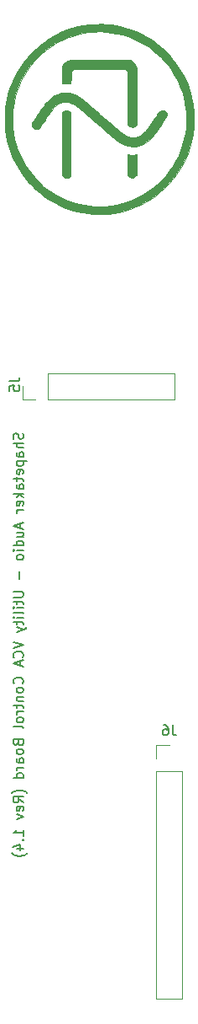
<source format=gbo>
G04 #@! TF.GenerationSoftware,KiCad,Pcbnew,(5.1.5-0-10_14)*
G04 #@! TF.CreationDate,2020-10-10T15:47:02-04:00*
G04 #@! TF.ProjectId,AYOM - VCA Control Board,41594f4d-202d-4205-9643-4120436f6e74,1.1*
G04 #@! TF.SameCoordinates,Original*
G04 #@! TF.FileFunction,Legend,Bot*
G04 #@! TF.FilePolarity,Positive*
%FSLAX46Y46*%
G04 Gerber Fmt 4.6, Leading zero omitted, Abs format (unit mm)*
G04 Created by KiCad (PCBNEW (5.1.5-0-10_14)) date 2020-10-10 15:47:02*
%MOMM*%
%LPD*%
G04 APERTURE LIST*
%ADD10C,0.150000*%
%ADD11C,0.010000*%
%ADD12C,0.120000*%
G04 APERTURE END LIST*
D10*
X77868761Y-95321095D02*
X77916380Y-95463952D01*
X77916380Y-95702047D01*
X77868761Y-95797285D01*
X77821142Y-95844904D01*
X77725904Y-95892523D01*
X77630666Y-95892523D01*
X77535428Y-95844904D01*
X77487809Y-95797285D01*
X77440190Y-95702047D01*
X77392571Y-95511571D01*
X77344952Y-95416333D01*
X77297333Y-95368714D01*
X77202095Y-95321095D01*
X77106857Y-95321095D01*
X77011619Y-95368714D01*
X76964000Y-95416333D01*
X76916380Y-95511571D01*
X76916380Y-95749666D01*
X76964000Y-95892523D01*
X77916380Y-96321095D02*
X76916380Y-96321095D01*
X77916380Y-96749666D02*
X77392571Y-96749666D01*
X77297333Y-96702047D01*
X77249714Y-96606809D01*
X77249714Y-96463952D01*
X77297333Y-96368714D01*
X77344952Y-96321095D01*
X77916380Y-97654428D02*
X77392571Y-97654428D01*
X77297333Y-97606809D01*
X77249714Y-97511571D01*
X77249714Y-97321095D01*
X77297333Y-97225857D01*
X77868761Y-97654428D02*
X77916380Y-97559190D01*
X77916380Y-97321095D01*
X77868761Y-97225857D01*
X77773523Y-97178238D01*
X77678285Y-97178238D01*
X77583047Y-97225857D01*
X77535428Y-97321095D01*
X77535428Y-97559190D01*
X77487809Y-97654428D01*
X77249714Y-98130619D02*
X78249714Y-98130619D01*
X77297333Y-98130619D02*
X77249714Y-98225857D01*
X77249714Y-98416333D01*
X77297333Y-98511571D01*
X77344952Y-98559190D01*
X77440190Y-98606809D01*
X77725904Y-98606809D01*
X77821142Y-98559190D01*
X77868761Y-98511571D01*
X77916380Y-98416333D01*
X77916380Y-98225857D01*
X77868761Y-98130619D01*
X77868761Y-99416333D02*
X77916380Y-99321095D01*
X77916380Y-99130619D01*
X77868761Y-99035380D01*
X77773523Y-98987761D01*
X77392571Y-98987761D01*
X77297333Y-99035380D01*
X77249714Y-99130619D01*
X77249714Y-99321095D01*
X77297333Y-99416333D01*
X77392571Y-99463952D01*
X77487809Y-99463952D01*
X77583047Y-98987761D01*
X77249714Y-99749666D02*
X77249714Y-100130619D01*
X76916380Y-99892523D02*
X77773523Y-99892523D01*
X77868761Y-99940142D01*
X77916380Y-100035380D01*
X77916380Y-100130619D01*
X77916380Y-100892523D02*
X77392571Y-100892523D01*
X77297333Y-100844904D01*
X77249714Y-100749666D01*
X77249714Y-100559190D01*
X77297333Y-100463952D01*
X77868761Y-100892523D02*
X77916380Y-100797285D01*
X77916380Y-100559190D01*
X77868761Y-100463952D01*
X77773523Y-100416333D01*
X77678285Y-100416333D01*
X77583047Y-100463952D01*
X77535428Y-100559190D01*
X77535428Y-100797285D01*
X77487809Y-100892523D01*
X77916380Y-101368714D02*
X76916380Y-101368714D01*
X77535428Y-101463952D02*
X77916380Y-101749666D01*
X77249714Y-101749666D02*
X77630666Y-101368714D01*
X77868761Y-102559190D02*
X77916380Y-102463952D01*
X77916380Y-102273476D01*
X77868761Y-102178238D01*
X77773523Y-102130619D01*
X77392571Y-102130619D01*
X77297333Y-102178238D01*
X77249714Y-102273476D01*
X77249714Y-102463952D01*
X77297333Y-102559190D01*
X77392571Y-102606809D01*
X77487809Y-102606809D01*
X77583047Y-102130619D01*
X77916380Y-103035380D02*
X77249714Y-103035380D01*
X77440190Y-103035380D02*
X77344952Y-103083000D01*
X77297333Y-103130619D01*
X77249714Y-103225857D01*
X77249714Y-103321095D01*
X77630666Y-104368714D02*
X77630666Y-104844904D01*
X77916380Y-104273476D02*
X76916380Y-104606809D01*
X77916380Y-104940142D01*
X77249714Y-105702047D02*
X77916380Y-105702047D01*
X77249714Y-105273476D02*
X77773523Y-105273476D01*
X77868761Y-105321095D01*
X77916380Y-105416333D01*
X77916380Y-105559190D01*
X77868761Y-105654428D01*
X77821142Y-105702047D01*
X77916380Y-106606809D02*
X76916380Y-106606809D01*
X77868761Y-106606809D02*
X77916380Y-106511571D01*
X77916380Y-106321095D01*
X77868761Y-106225857D01*
X77821142Y-106178238D01*
X77725904Y-106130619D01*
X77440190Y-106130619D01*
X77344952Y-106178238D01*
X77297333Y-106225857D01*
X77249714Y-106321095D01*
X77249714Y-106511571D01*
X77297333Y-106606809D01*
X77916380Y-107083000D02*
X77249714Y-107083000D01*
X76916380Y-107083000D02*
X76964000Y-107035380D01*
X77011619Y-107083000D01*
X76964000Y-107130619D01*
X76916380Y-107083000D01*
X77011619Y-107083000D01*
X77916380Y-107702047D02*
X77868761Y-107606809D01*
X77821142Y-107559190D01*
X77725904Y-107511571D01*
X77440190Y-107511571D01*
X77344952Y-107559190D01*
X77297333Y-107606809D01*
X77249714Y-107702047D01*
X77249714Y-107844904D01*
X77297333Y-107940142D01*
X77344952Y-107987761D01*
X77440190Y-108035380D01*
X77725904Y-108035380D01*
X77821142Y-107987761D01*
X77868761Y-107940142D01*
X77916380Y-107844904D01*
X77916380Y-107702047D01*
X77535428Y-109225857D02*
X77535428Y-109987761D01*
X76916380Y-111225857D02*
X77725904Y-111225857D01*
X77821142Y-111273476D01*
X77868761Y-111321095D01*
X77916380Y-111416333D01*
X77916380Y-111606809D01*
X77868761Y-111702047D01*
X77821142Y-111749666D01*
X77725904Y-111797285D01*
X76916380Y-111797285D01*
X77249714Y-112130619D02*
X77249714Y-112511571D01*
X76916380Y-112273476D02*
X77773523Y-112273476D01*
X77868761Y-112321095D01*
X77916380Y-112416333D01*
X77916380Y-112511571D01*
X77916380Y-112844904D02*
X77249714Y-112844904D01*
X76916380Y-112844904D02*
X76964000Y-112797285D01*
X77011619Y-112844904D01*
X76964000Y-112892523D01*
X76916380Y-112844904D01*
X77011619Y-112844904D01*
X77916380Y-113463952D02*
X77868761Y-113368714D01*
X77773523Y-113321095D01*
X76916380Y-113321095D01*
X77916380Y-113844904D02*
X77249714Y-113844904D01*
X76916380Y-113844904D02*
X76964000Y-113797285D01*
X77011619Y-113844904D01*
X76964000Y-113892523D01*
X76916380Y-113844904D01*
X77011619Y-113844904D01*
X77249714Y-114178238D02*
X77249714Y-114559190D01*
X76916380Y-114321095D02*
X77773523Y-114321095D01*
X77868761Y-114368714D01*
X77916380Y-114463952D01*
X77916380Y-114559190D01*
X77249714Y-114797285D02*
X77916380Y-115035380D01*
X77249714Y-115273476D02*
X77916380Y-115035380D01*
X78154476Y-114940142D01*
X78202095Y-114892523D01*
X78249714Y-114797285D01*
X76916380Y-116273476D02*
X77916380Y-116606809D01*
X76916380Y-116940142D01*
X77821142Y-117844904D02*
X77868761Y-117797285D01*
X77916380Y-117654428D01*
X77916380Y-117559190D01*
X77868761Y-117416333D01*
X77773523Y-117321095D01*
X77678285Y-117273476D01*
X77487809Y-117225857D01*
X77344952Y-117225857D01*
X77154476Y-117273476D01*
X77059238Y-117321095D01*
X76964000Y-117416333D01*
X76916380Y-117559190D01*
X76916380Y-117654428D01*
X76964000Y-117797285D01*
X77011619Y-117844904D01*
X77630666Y-118225857D02*
X77630666Y-118702047D01*
X77916380Y-118130619D02*
X76916380Y-118463952D01*
X77916380Y-118797285D01*
X77821142Y-120463952D02*
X77868761Y-120416333D01*
X77916380Y-120273476D01*
X77916380Y-120178238D01*
X77868761Y-120035380D01*
X77773523Y-119940142D01*
X77678285Y-119892523D01*
X77487809Y-119844904D01*
X77344952Y-119844904D01*
X77154476Y-119892523D01*
X77059238Y-119940142D01*
X76964000Y-120035380D01*
X76916380Y-120178238D01*
X76916380Y-120273476D01*
X76964000Y-120416333D01*
X77011619Y-120463952D01*
X77916380Y-121035380D02*
X77868761Y-120940142D01*
X77821142Y-120892523D01*
X77725904Y-120844904D01*
X77440190Y-120844904D01*
X77344952Y-120892523D01*
X77297333Y-120940142D01*
X77249714Y-121035380D01*
X77249714Y-121178238D01*
X77297333Y-121273476D01*
X77344952Y-121321095D01*
X77440190Y-121368714D01*
X77725904Y-121368714D01*
X77821142Y-121321095D01*
X77868761Y-121273476D01*
X77916380Y-121178238D01*
X77916380Y-121035380D01*
X77249714Y-121797285D02*
X77916380Y-121797285D01*
X77344952Y-121797285D02*
X77297333Y-121844904D01*
X77249714Y-121940142D01*
X77249714Y-122083000D01*
X77297333Y-122178238D01*
X77392571Y-122225857D01*
X77916380Y-122225857D01*
X77249714Y-122559190D02*
X77249714Y-122940142D01*
X76916380Y-122702047D02*
X77773523Y-122702047D01*
X77868761Y-122749666D01*
X77916380Y-122844904D01*
X77916380Y-122940142D01*
X77916380Y-123273476D02*
X77249714Y-123273476D01*
X77440190Y-123273476D02*
X77344952Y-123321095D01*
X77297333Y-123368714D01*
X77249714Y-123463952D01*
X77249714Y-123559190D01*
X77916380Y-124035380D02*
X77868761Y-123940142D01*
X77821142Y-123892523D01*
X77725904Y-123844904D01*
X77440190Y-123844904D01*
X77344952Y-123892523D01*
X77297333Y-123940142D01*
X77249714Y-124035380D01*
X77249714Y-124178238D01*
X77297333Y-124273476D01*
X77344952Y-124321095D01*
X77440190Y-124368714D01*
X77725904Y-124368714D01*
X77821142Y-124321095D01*
X77868761Y-124273476D01*
X77916380Y-124178238D01*
X77916380Y-124035380D01*
X77916380Y-124940142D02*
X77868761Y-124844904D01*
X77773523Y-124797285D01*
X76916380Y-124797285D01*
X77392571Y-126416333D02*
X77440190Y-126559190D01*
X77487809Y-126606809D01*
X77583047Y-126654428D01*
X77725904Y-126654428D01*
X77821142Y-126606809D01*
X77868761Y-126559190D01*
X77916380Y-126463952D01*
X77916380Y-126083000D01*
X76916380Y-126083000D01*
X76916380Y-126416333D01*
X76964000Y-126511571D01*
X77011619Y-126559190D01*
X77106857Y-126606809D01*
X77202095Y-126606809D01*
X77297333Y-126559190D01*
X77344952Y-126511571D01*
X77392571Y-126416333D01*
X77392571Y-126083000D01*
X77916380Y-127225857D02*
X77868761Y-127130619D01*
X77821142Y-127083000D01*
X77725904Y-127035380D01*
X77440190Y-127035380D01*
X77344952Y-127083000D01*
X77297333Y-127130619D01*
X77249714Y-127225857D01*
X77249714Y-127368714D01*
X77297333Y-127463952D01*
X77344952Y-127511571D01*
X77440190Y-127559190D01*
X77725904Y-127559190D01*
X77821142Y-127511571D01*
X77868761Y-127463952D01*
X77916380Y-127368714D01*
X77916380Y-127225857D01*
X77916380Y-128416333D02*
X77392571Y-128416333D01*
X77297333Y-128368714D01*
X77249714Y-128273476D01*
X77249714Y-128083000D01*
X77297333Y-127987761D01*
X77868761Y-128416333D02*
X77916380Y-128321095D01*
X77916380Y-128083000D01*
X77868761Y-127987761D01*
X77773523Y-127940142D01*
X77678285Y-127940142D01*
X77583047Y-127987761D01*
X77535428Y-128083000D01*
X77535428Y-128321095D01*
X77487809Y-128416333D01*
X77916380Y-128892523D02*
X77249714Y-128892523D01*
X77440190Y-128892523D02*
X77344952Y-128940142D01*
X77297333Y-128987761D01*
X77249714Y-129083000D01*
X77249714Y-129178238D01*
X77916380Y-129940142D02*
X76916380Y-129940142D01*
X77868761Y-129940142D02*
X77916380Y-129844904D01*
X77916380Y-129654428D01*
X77868761Y-129559190D01*
X77821142Y-129511571D01*
X77725904Y-129463952D01*
X77440190Y-129463952D01*
X77344952Y-129511571D01*
X77297333Y-129559190D01*
X77249714Y-129654428D01*
X77249714Y-129844904D01*
X77297333Y-129940142D01*
X78297333Y-131463952D02*
X78249714Y-131416333D01*
X78106857Y-131321095D01*
X78011619Y-131273476D01*
X77868761Y-131225857D01*
X77630666Y-131178238D01*
X77440190Y-131178238D01*
X77202095Y-131225857D01*
X77059238Y-131273476D01*
X76964000Y-131321095D01*
X76821142Y-131416333D01*
X76773523Y-131463952D01*
X77916380Y-132416333D02*
X77440190Y-132083000D01*
X77916380Y-131844904D02*
X76916380Y-131844904D01*
X76916380Y-132225857D01*
X76964000Y-132321095D01*
X77011619Y-132368714D01*
X77106857Y-132416333D01*
X77249714Y-132416333D01*
X77344952Y-132368714D01*
X77392571Y-132321095D01*
X77440190Y-132225857D01*
X77440190Y-131844904D01*
X77868761Y-133225857D02*
X77916380Y-133130619D01*
X77916380Y-132940142D01*
X77868761Y-132844904D01*
X77773523Y-132797285D01*
X77392571Y-132797285D01*
X77297333Y-132844904D01*
X77249714Y-132940142D01*
X77249714Y-133130619D01*
X77297333Y-133225857D01*
X77392571Y-133273476D01*
X77487809Y-133273476D01*
X77583047Y-132797285D01*
X77249714Y-133606809D02*
X77916380Y-133844904D01*
X77249714Y-134083000D01*
X77916380Y-135749666D02*
X77916380Y-135178238D01*
X77916380Y-135463952D02*
X76916380Y-135463952D01*
X77059238Y-135368714D01*
X77154476Y-135273476D01*
X77202095Y-135178238D01*
X77821142Y-136178238D02*
X77868761Y-136225857D01*
X77916380Y-136178238D01*
X77868761Y-136130619D01*
X77821142Y-136178238D01*
X77916380Y-136178238D01*
X77249714Y-137083000D02*
X77916380Y-137083000D01*
X76868761Y-136844904D02*
X77583047Y-136606809D01*
X77583047Y-137225857D01*
X78297333Y-137511571D02*
X78249714Y-137559190D01*
X78106857Y-137654428D01*
X78011619Y-137702047D01*
X77868761Y-137749666D01*
X77630666Y-137797285D01*
X77440190Y-137797285D01*
X77202095Y-137749666D01*
X77059238Y-137702047D01*
X76964000Y-137654428D01*
X76821142Y-137559190D01*
X76773523Y-137511571D01*
D11*
G36*
X83530859Y-57836303D02*
G01*
X83348546Y-57836716D01*
X83190217Y-57837365D01*
X83053986Y-57838271D01*
X82937966Y-57839454D01*
X82840270Y-57840933D01*
X82759012Y-57842730D01*
X82692304Y-57844863D01*
X82638262Y-57847352D01*
X82594997Y-57850219D01*
X82560624Y-57853482D01*
X82533255Y-57857162D01*
X82511005Y-57861279D01*
X82491986Y-57865852D01*
X82474312Y-57870901D01*
X82471035Y-57871890D01*
X82295223Y-57944779D01*
X82141646Y-58049125D01*
X82012467Y-58182859D01*
X81909848Y-58343911D01*
X81860677Y-58456127D01*
X81850594Y-58484932D01*
X81842246Y-58514812D01*
X81835426Y-58549729D01*
X81829930Y-58593645D01*
X81825552Y-58650522D01*
X81822084Y-58724322D01*
X81819323Y-58819009D01*
X81817061Y-58938543D01*
X81815093Y-59086888D01*
X81813214Y-59268006D01*
X81812061Y-59392039D01*
X81810401Y-59623652D01*
X81809988Y-59816605D01*
X81810828Y-59971294D01*
X81812925Y-60088116D01*
X81816287Y-60167469D01*
X81820920Y-60209749D01*
X81824636Y-60217539D01*
X81853244Y-60212901D01*
X81906626Y-60200895D01*
X81957228Y-60188231D01*
X82054545Y-60171172D01*
X82176221Y-60161934D01*
X82308323Y-60160525D01*
X82436924Y-60166954D01*
X82548092Y-60181230D01*
X82579307Y-60187840D01*
X82643110Y-60202856D01*
X82690914Y-60213384D01*
X82710121Y-60216843D01*
X82713729Y-60198284D01*
X82717373Y-60145436D01*
X82720893Y-60063089D01*
X82724126Y-59956029D01*
X82726912Y-59829046D01*
X82729089Y-59686926D01*
X82729660Y-59636270D01*
X82731496Y-59469490D01*
X82733431Y-59337062D01*
X82735811Y-59234262D01*
X82738981Y-59156365D01*
X82743285Y-59098648D01*
X82749068Y-59056386D01*
X82756674Y-59024855D01*
X82766449Y-58999331D01*
X82777787Y-58976846D01*
X82855732Y-58867693D01*
X82954082Y-58787916D01*
X83003641Y-58762960D01*
X83017502Y-58758509D01*
X83037991Y-58754509D01*
X83067107Y-58750936D01*
X83106851Y-58747767D01*
X83159222Y-58744978D01*
X83226219Y-58742546D01*
X83309841Y-58740446D01*
X83412087Y-58738657D01*
X83534958Y-58737154D01*
X83680452Y-58735913D01*
X83850569Y-58734912D01*
X84047308Y-58734127D01*
X84272668Y-58733534D01*
X84528649Y-58733110D01*
X84817251Y-58732832D01*
X85140471Y-58732676D01*
X85500311Y-58732618D01*
X85588231Y-58732616D01*
X85956752Y-58732654D01*
X86288197Y-58732786D01*
X86584563Y-58733035D01*
X86847850Y-58733423D01*
X87080058Y-58733975D01*
X87283186Y-58734714D01*
X87459233Y-58735663D01*
X87610199Y-58736847D01*
X87738083Y-58738288D01*
X87844884Y-58740009D01*
X87932602Y-58742035D01*
X88003235Y-58744389D01*
X88058784Y-58747094D01*
X88101248Y-58750174D01*
X88132626Y-58753653D01*
X88154917Y-58757553D01*
X88170122Y-58761898D01*
X88172820Y-58762960D01*
X88278534Y-58827734D01*
X88366384Y-58924291D01*
X88398674Y-58976846D01*
X88440846Y-59055000D01*
X88450615Y-61693559D01*
X88452020Y-62068282D01*
X88453341Y-62405906D01*
X88454611Y-62708408D01*
X88455863Y-62977766D01*
X88457132Y-63215956D01*
X88458449Y-63424957D01*
X88459850Y-63606745D01*
X88461368Y-63763298D01*
X88463035Y-63896594D01*
X88464887Y-64008610D01*
X88466955Y-64101323D01*
X88469273Y-64176710D01*
X88471876Y-64236750D01*
X88474796Y-64283419D01*
X88478067Y-64318694D01*
X88481722Y-64344555D01*
X88485795Y-64362976D01*
X88490320Y-64375937D01*
X88495330Y-64385414D01*
X88496232Y-64386820D01*
X88554399Y-64444325D01*
X88641272Y-64491233D01*
X88747371Y-64525257D01*
X88863220Y-64544110D01*
X88979339Y-64545503D01*
X89082343Y-64528272D01*
X89196473Y-64481955D01*
X89285140Y-64412019D01*
X89318869Y-64371711D01*
X89324453Y-64363867D01*
X89329499Y-64354751D01*
X89334039Y-64342428D01*
X89338106Y-64324968D01*
X89341730Y-64300437D01*
X89344942Y-64266903D01*
X89347776Y-64222433D01*
X89350260Y-64165095D01*
X89352429Y-64092957D01*
X89354312Y-64004085D01*
X89355941Y-63896547D01*
X89357347Y-63768412D01*
X89358563Y-63617746D01*
X89359620Y-63442616D01*
X89360549Y-63241091D01*
X89361381Y-63011238D01*
X89362149Y-62751124D01*
X89362882Y-62458817D01*
X89363614Y-62132384D01*
X89364376Y-61769893D01*
X89364828Y-61549610D01*
X89365593Y-61102425D01*
X89365982Y-60691255D01*
X89365996Y-60316387D01*
X89365637Y-59978105D01*
X89364906Y-59676693D01*
X89363805Y-59412436D01*
X89362335Y-59185618D01*
X89360497Y-58996525D01*
X89358292Y-58845440D01*
X89355723Y-58732649D01*
X89352791Y-58658436D01*
X89350365Y-58628346D01*
X89307339Y-58443512D01*
X89230302Y-58276641D01*
X89121192Y-58130372D01*
X88981946Y-58007342D01*
X88827873Y-57916464D01*
X88675307Y-57843616D01*
X85637077Y-57838373D01*
X85234051Y-57837686D01*
X84868215Y-57837097D01*
X84537683Y-57836624D01*
X84240568Y-57836288D01*
X83974983Y-57836110D01*
X83739042Y-57836108D01*
X83530859Y-57836303D01*
G37*
X83530859Y-57836303D02*
X83348546Y-57836716D01*
X83190217Y-57837365D01*
X83053986Y-57838271D01*
X82937966Y-57839454D01*
X82840270Y-57840933D01*
X82759012Y-57842730D01*
X82692304Y-57844863D01*
X82638262Y-57847352D01*
X82594997Y-57850219D01*
X82560624Y-57853482D01*
X82533255Y-57857162D01*
X82511005Y-57861279D01*
X82491986Y-57865852D01*
X82474312Y-57870901D01*
X82471035Y-57871890D01*
X82295223Y-57944779D01*
X82141646Y-58049125D01*
X82012467Y-58182859D01*
X81909848Y-58343911D01*
X81860677Y-58456127D01*
X81850594Y-58484932D01*
X81842246Y-58514812D01*
X81835426Y-58549729D01*
X81829930Y-58593645D01*
X81825552Y-58650522D01*
X81822084Y-58724322D01*
X81819323Y-58819009D01*
X81817061Y-58938543D01*
X81815093Y-59086888D01*
X81813214Y-59268006D01*
X81812061Y-59392039D01*
X81810401Y-59623652D01*
X81809988Y-59816605D01*
X81810828Y-59971294D01*
X81812925Y-60088116D01*
X81816287Y-60167469D01*
X81820920Y-60209749D01*
X81824636Y-60217539D01*
X81853244Y-60212901D01*
X81906626Y-60200895D01*
X81957228Y-60188231D01*
X82054545Y-60171172D01*
X82176221Y-60161934D01*
X82308323Y-60160525D01*
X82436924Y-60166954D01*
X82548092Y-60181230D01*
X82579307Y-60187840D01*
X82643110Y-60202856D01*
X82690914Y-60213384D01*
X82710121Y-60216843D01*
X82713729Y-60198284D01*
X82717373Y-60145436D01*
X82720893Y-60063089D01*
X82724126Y-59956029D01*
X82726912Y-59829046D01*
X82729089Y-59686926D01*
X82729660Y-59636270D01*
X82731496Y-59469490D01*
X82733431Y-59337062D01*
X82735811Y-59234262D01*
X82738981Y-59156365D01*
X82743285Y-59098648D01*
X82749068Y-59056386D01*
X82756674Y-59024855D01*
X82766449Y-58999331D01*
X82777787Y-58976846D01*
X82855732Y-58867693D01*
X82954082Y-58787916D01*
X83003641Y-58762960D01*
X83017502Y-58758509D01*
X83037991Y-58754509D01*
X83067107Y-58750936D01*
X83106851Y-58747767D01*
X83159222Y-58744978D01*
X83226219Y-58742546D01*
X83309841Y-58740446D01*
X83412087Y-58738657D01*
X83534958Y-58737154D01*
X83680452Y-58735913D01*
X83850569Y-58734912D01*
X84047308Y-58734127D01*
X84272668Y-58733534D01*
X84528649Y-58733110D01*
X84817251Y-58732832D01*
X85140471Y-58732676D01*
X85500311Y-58732618D01*
X85588231Y-58732616D01*
X85956752Y-58732654D01*
X86288197Y-58732786D01*
X86584563Y-58733035D01*
X86847850Y-58733423D01*
X87080058Y-58733975D01*
X87283186Y-58734714D01*
X87459233Y-58735663D01*
X87610199Y-58736847D01*
X87738083Y-58738288D01*
X87844884Y-58740009D01*
X87932602Y-58742035D01*
X88003235Y-58744389D01*
X88058784Y-58747094D01*
X88101248Y-58750174D01*
X88132626Y-58753653D01*
X88154917Y-58757553D01*
X88170122Y-58761898D01*
X88172820Y-58762960D01*
X88278534Y-58827734D01*
X88366384Y-58924291D01*
X88398674Y-58976846D01*
X88440846Y-59055000D01*
X88450615Y-61693559D01*
X88452020Y-62068282D01*
X88453341Y-62405906D01*
X88454611Y-62708408D01*
X88455863Y-62977766D01*
X88457132Y-63215956D01*
X88458449Y-63424957D01*
X88459850Y-63606745D01*
X88461368Y-63763298D01*
X88463035Y-63896594D01*
X88464887Y-64008610D01*
X88466955Y-64101323D01*
X88469273Y-64176710D01*
X88471876Y-64236750D01*
X88474796Y-64283419D01*
X88478067Y-64318694D01*
X88481722Y-64344555D01*
X88485795Y-64362976D01*
X88490320Y-64375937D01*
X88495330Y-64385414D01*
X88496232Y-64386820D01*
X88554399Y-64444325D01*
X88641272Y-64491233D01*
X88747371Y-64525257D01*
X88863220Y-64544110D01*
X88979339Y-64545503D01*
X89082343Y-64528272D01*
X89196473Y-64481955D01*
X89285140Y-64412019D01*
X89318869Y-64371711D01*
X89324453Y-64363867D01*
X89329499Y-64354751D01*
X89334039Y-64342428D01*
X89338106Y-64324968D01*
X89341730Y-64300437D01*
X89344942Y-64266903D01*
X89347776Y-64222433D01*
X89350260Y-64165095D01*
X89352429Y-64092957D01*
X89354312Y-64004085D01*
X89355941Y-63896547D01*
X89357347Y-63768412D01*
X89358563Y-63617746D01*
X89359620Y-63442616D01*
X89360549Y-63241091D01*
X89361381Y-63011238D01*
X89362149Y-62751124D01*
X89362882Y-62458817D01*
X89363614Y-62132384D01*
X89364376Y-61769893D01*
X89364828Y-61549610D01*
X89365593Y-61102425D01*
X89365982Y-60691255D01*
X89365996Y-60316387D01*
X89365637Y-59978105D01*
X89364906Y-59676693D01*
X89363805Y-59412436D01*
X89362335Y-59185618D01*
X89360497Y-58996525D01*
X89358292Y-58845440D01*
X89355723Y-58732649D01*
X89352791Y-58658436D01*
X89350365Y-58628346D01*
X89307339Y-58443512D01*
X89230302Y-58276641D01*
X89121192Y-58130372D01*
X88981946Y-58007342D01*
X88827873Y-57916464D01*
X88675307Y-57843616D01*
X85637077Y-57838373D01*
X85234051Y-57837686D01*
X84868215Y-57837097D01*
X84537683Y-57836624D01*
X84240568Y-57836288D01*
X83974983Y-57836110D01*
X83739042Y-57836108D01*
X83530859Y-57836303D01*
G36*
X81978435Y-61125160D02*
G01*
X81785464Y-61145890D01*
X81614784Y-61179262D01*
X81606410Y-61181431D01*
X81326984Y-61274671D01*
X81053987Y-61405177D01*
X80789822Y-61571344D01*
X80536887Y-61771570D01*
X80297585Y-62004251D01*
X80185070Y-62130758D01*
X80149415Y-62175938D01*
X80095128Y-62248918D01*
X80024800Y-62345943D01*
X79941024Y-62463257D01*
X79846394Y-62597106D01*
X79743501Y-62743733D01*
X79634940Y-62899384D01*
X79523302Y-63060303D01*
X79411180Y-63222736D01*
X79301167Y-63382927D01*
X79195856Y-63537121D01*
X79097840Y-63681562D01*
X79009711Y-63812496D01*
X78934063Y-63926167D01*
X78873487Y-64018819D01*
X78830577Y-64086699D01*
X78809265Y-64123390D01*
X78784572Y-64201008D01*
X78775143Y-64297530D01*
X78781297Y-64395753D01*
X78802687Y-64476923D01*
X78868439Y-64586668D01*
X78957244Y-64670368D01*
X79062493Y-64726682D01*
X79177577Y-64754268D01*
X79295888Y-64751785D01*
X79410815Y-64717893D01*
X79515750Y-64651249D01*
X79542026Y-64626953D01*
X79562512Y-64601403D01*
X79602592Y-64546791D01*
X79659961Y-64466418D01*
X79732309Y-64363581D01*
X79817329Y-64241583D01*
X79912715Y-64103722D01*
X80016158Y-63953298D01*
X80125350Y-63793611D01*
X80147462Y-63761166D01*
X80260336Y-63595906D01*
X80370216Y-63435883D01*
X80474436Y-63284926D01*
X80570326Y-63146861D01*
X80655219Y-63025518D01*
X80726445Y-62924723D01*
X80781337Y-62848304D01*
X80817226Y-62800088D01*
X80819349Y-62797370D01*
X81008124Y-62581098D01*
X81208216Y-62397566D01*
X81417427Y-62248350D01*
X81633556Y-62135026D01*
X81846615Y-62061177D01*
X81989691Y-62036275D01*
X82153554Y-62028080D01*
X82323769Y-62036378D01*
X82485900Y-62060952D01*
X82530461Y-62071377D01*
X82656625Y-62111695D01*
X82801769Y-62171080D01*
X82954519Y-62243993D01*
X83103499Y-62324894D01*
X83237335Y-62408242D01*
X83272923Y-62432961D01*
X83306108Y-62458861D01*
X83366901Y-62508649D01*
X83453346Y-62580662D01*
X83563486Y-62673234D01*
X83695366Y-62784702D01*
X83847030Y-62913401D01*
X84016522Y-63057665D01*
X84201885Y-63215831D01*
X84401165Y-63386234D01*
X84612404Y-63567208D01*
X84833647Y-63757090D01*
X85062939Y-63954215D01*
X85276839Y-64138403D01*
X85511155Y-64340240D01*
X85738760Y-64536131D01*
X85957738Y-64724433D01*
X86166171Y-64903505D01*
X86362142Y-65071706D01*
X86543734Y-65227393D01*
X86709029Y-65368925D01*
X86856109Y-65494660D01*
X86983059Y-65602956D01*
X87087959Y-65692172D01*
X87168894Y-65760665D01*
X87223945Y-65806794D01*
X87250224Y-65828177D01*
X87540316Y-66030606D01*
X87839487Y-66199561D01*
X88144318Y-66333413D01*
X88451389Y-66430528D01*
X88569754Y-66457833D01*
X88694268Y-66477473D01*
X88841872Y-66491331D01*
X88997561Y-66498722D01*
X89146330Y-66498960D01*
X89273172Y-66491358D01*
X89281863Y-66490398D01*
X89560465Y-66438819D01*
X89835070Y-66349334D01*
X90103863Y-66223050D01*
X90365028Y-66061077D01*
X90616752Y-65864524D01*
X90857218Y-65634500D01*
X91058295Y-65405000D01*
X91093651Y-65358783D01*
X91147350Y-65285255D01*
X91216771Y-65188220D01*
X91299297Y-65071485D01*
X91392307Y-64938854D01*
X91493183Y-64794135D01*
X91599305Y-64641131D01*
X91708054Y-64483650D01*
X91816811Y-64325495D01*
X91922956Y-64170473D01*
X92023871Y-64022390D01*
X92116936Y-63885050D01*
X92199532Y-63762260D01*
X92269039Y-63657824D01*
X92322838Y-63575549D01*
X92358311Y-63519241D01*
X92369444Y-63500000D01*
X92397155Y-63416064D01*
X92406495Y-63303083D01*
X92403865Y-63223889D01*
X92391793Y-63165079D01*
X92365475Y-63108238D01*
X92348022Y-63078908D01*
X92264281Y-62976618D01*
X92162813Y-62905448D01*
X92049791Y-62865603D01*
X91931390Y-62857290D01*
X91813784Y-62880713D01*
X91703147Y-62936078D01*
X91605653Y-63023591D01*
X91581904Y-63053405D01*
X91554891Y-63091239D01*
X91508592Y-63157601D01*
X91445636Y-63248665D01*
X91368649Y-63360607D01*
X91280260Y-63489598D01*
X91183096Y-63631814D01*
X91079784Y-63783428D01*
X91000162Y-63900539D01*
X90858501Y-64108717D01*
X90736170Y-64287446D01*
X90630853Y-64439811D01*
X90540235Y-64568896D01*
X90461999Y-64677787D01*
X90393830Y-64769567D01*
X90333413Y-64847322D01*
X90278431Y-64914137D01*
X90226568Y-64973096D01*
X90175509Y-65027284D01*
X90122939Y-65079786D01*
X90093831Y-65107830D01*
X89888868Y-65281259D01*
X89678114Y-65416078D01*
X89461814Y-65512283D01*
X89240212Y-65569873D01*
X89013553Y-65588844D01*
X88782084Y-65569194D01*
X88546048Y-65510921D01*
X88305691Y-65414021D01*
X88061257Y-65278493D01*
X87849024Y-65131835D01*
X87817617Y-65106603D01*
X87758580Y-65057529D01*
X87673876Y-64986287D01*
X87565469Y-64894554D01*
X87435323Y-64784005D01*
X87285401Y-64656316D01*
X87117668Y-64513161D01*
X86934086Y-64356218D01*
X86736620Y-64187161D01*
X86527233Y-64007666D01*
X86307890Y-63819409D01*
X86080553Y-63624065D01*
X85900846Y-63469491D01*
X85668745Y-63269844D01*
X85443183Y-63075979D01*
X85226119Y-62889573D01*
X85019512Y-62712300D01*
X84825321Y-62545837D01*
X84645504Y-62391858D01*
X84482021Y-62252041D01*
X84336830Y-62128059D01*
X84211890Y-62021588D01*
X84109160Y-61934305D01*
X84030598Y-61867884D01*
X83978164Y-61824002D01*
X83956769Y-61806579D01*
X83689310Y-61615744D01*
X83411093Y-61451825D01*
X83127584Y-61317398D01*
X82844247Y-61215033D01*
X82566551Y-61147305D01*
X82550000Y-61144367D01*
X82374813Y-61123844D01*
X82179588Y-61117627D01*
X81978435Y-61125160D01*
G37*
X81978435Y-61125160D02*
X81785464Y-61145890D01*
X81614784Y-61179262D01*
X81606410Y-61181431D01*
X81326984Y-61274671D01*
X81053987Y-61405177D01*
X80789822Y-61571344D01*
X80536887Y-61771570D01*
X80297585Y-62004251D01*
X80185070Y-62130758D01*
X80149415Y-62175938D01*
X80095128Y-62248918D01*
X80024800Y-62345943D01*
X79941024Y-62463257D01*
X79846394Y-62597106D01*
X79743501Y-62743733D01*
X79634940Y-62899384D01*
X79523302Y-63060303D01*
X79411180Y-63222736D01*
X79301167Y-63382927D01*
X79195856Y-63537121D01*
X79097840Y-63681562D01*
X79009711Y-63812496D01*
X78934063Y-63926167D01*
X78873487Y-64018819D01*
X78830577Y-64086699D01*
X78809265Y-64123390D01*
X78784572Y-64201008D01*
X78775143Y-64297530D01*
X78781297Y-64395753D01*
X78802687Y-64476923D01*
X78868439Y-64586668D01*
X78957244Y-64670368D01*
X79062493Y-64726682D01*
X79177577Y-64754268D01*
X79295888Y-64751785D01*
X79410815Y-64717893D01*
X79515750Y-64651249D01*
X79542026Y-64626953D01*
X79562512Y-64601403D01*
X79602592Y-64546791D01*
X79659961Y-64466418D01*
X79732309Y-64363581D01*
X79817329Y-64241583D01*
X79912715Y-64103722D01*
X80016158Y-63953298D01*
X80125350Y-63793611D01*
X80147462Y-63761166D01*
X80260336Y-63595906D01*
X80370216Y-63435883D01*
X80474436Y-63284926D01*
X80570326Y-63146861D01*
X80655219Y-63025518D01*
X80726445Y-62924723D01*
X80781337Y-62848304D01*
X80817226Y-62800088D01*
X80819349Y-62797370D01*
X81008124Y-62581098D01*
X81208216Y-62397566D01*
X81417427Y-62248350D01*
X81633556Y-62135026D01*
X81846615Y-62061177D01*
X81989691Y-62036275D01*
X82153554Y-62028080D01*
X82323769Y-62036378D01*
X82485900Y-62060952D01*
X82530461Y-62071377D01*
X82656625Y-62111695D01*
X82801769Y-62171080D01*
X82954519Y-62243993D01*
X83103499Y-62324894D01*
X83237335Y-62408242D01*
X83272923Y-62432961D01*
X83306108Y-62458861D01*
X83366901Y-62508649D01*
X83453346Y-62580662D01*
X83563486Y-62673234D01*
X83695366Y-62784702D01*
X83847030Y-62913401D01*
X84016522Y-63057665D01*
X84201885Y-63215831D01*
X84401165Y-63386234D01*
X84612404Y-63567208D01*
X84833647Y-63757090D01*
X85062939Y-63954215D01*
X85276839Y-64138403D01*
X85511155Y-64340240D01*
X85738760Y-64536131D01*
X85957738Y-64724433D01*
X86166171Y-64903505D01*
X86362142Y-65071706D01*
X86543734Y-65227393D01*
X86709029Y-65368925D01*
X86856109Y-65494660D01*
X86983059Y-65602956D01*
X87087959Y-65692172D01*
X87168894Y-65760665D01*
X87223945Y-65806794D01*
X87250224Y-65828177D01*
X87540316Y-66030606D01*
X87839487Y-66199561D01*
X88144318Y-66333413D01*
X88451389Y-66430528D01*
X88569754Y-66457833D01*
X88694268Y-66477473D01*
X88841872Y-66491331D01*
X88997561Y-66498722D01*
X89146330Y-66498960D01*
X89273172Y-66491358D01*
X89281863Y-66490398D01*
X89560465Y-66438819D01*
X89835070Y-66349334D01*
X90103863Y-66223050D01*
X90365028Y-66061077D01*
X90616752Y-65864524D01*
X90857218Y-65634500D01*
X91058295Y-65405000D01*
X91093651Y-65358783D01*
X91147350Y-65285255D01*
X91216771Y-65188220D01*
X91299297Y-65071485D01*
X91392307Y-64938854D01*
X91493183Y-64794135D01*
X91599305Y-64641131D01*
X91708054Y-64483650D01*
X91816811Y-64325495D01*
X91922956Y-64170473D01*
X92023871Y-64022390D01*
X92116936Y-63885050D01*
X92199532Y-63762260D01*
X92269039Y-63657824D01*
X92322838Y-63575549D01*
X92358311Y-63519241D01*
X92369444Y-63500000D01*
X92397155Y-63416064D01*
X92406495Y-63303083D01*
X92403865Y-63223889D01*
X92391793Y-63165079D01*
X92365475Y-63108238D01*
X92348022Y-63078908D01*
X92264281Y-62976618D01*
X92162813Y-62905448D01*
X92049791Y-62865603D01*
X91931390Y-62857290D01*
X91813784Y-62880713D01*
X91703147Y-62936078D01*
X91605653Y-63023591D01*
X91581904Y-63053405D01*
X91554891Y-63091239D01*
X91508592Y-63157601D01*
X91445636Y-63248665D01*
X91368649Y-63360607D01*
X91280260Y-63489598D01*
X91183096Y-63631814D01*
X91079784Y-63783428D01*
X91000162Y-63900539D01*
X90858501Y-64108717D01*
X90736170Y-64287446D01*
X90630853Y-64439811D01*
X90540235Y-64568896D01*
X90461999Y-64677787D01*
X90393830Y-64769567D01*
X90333413Y-64847322D01*
X90278431Y-64914137D01*
X90226568Y-64973096D01*
X90175509Y-65027284D01*
X90122939Y-65079786D01*
X90093831Y-65107830D01*
X89888868Y-65281259D01*
X89678114Y-65416078D01*
X89461814Y-65512283D01*
X89240212Y-65569873D01*
X89013553Y-65588844D01*
X88782084Y-65569194D01*
X88546048Y-65510921D01*
X88305691Y-65414021D01*
X88061257Y-65278493D01*
X87849024Y-65131835D01*
X87817617Y-65106603D01*
X87758580Y-65057529D01*
X87673876Y-64986287D01*
X87565469Y-64894554D01*
X87435323Y-64784005D01*
X87285401Y-64656316D01*
X87117668Y-64513161D01*
X86934086Y-64356218D01*
X86736620Y-64187161D01*
X86527233Y-64007666D01*
X86307890Y-63819409D01*
X86080553Y-63624065D01*
X85900846Y-63469491D01*
X85668745Y-63269844D01*
X85443183Y-63075979D01*
X85226119Y-62889573D01*
X85019512Y-62712300D01*
X84825321Y-62545837D01*
X84645504Y-62391858D01*
X84482021Y-62252041D01*
X84336830Y-62128059D01*
X84211890Y-62021588D01*
X84109160Y-61934305D01*
X84030598Y-61867884D01*
X83978164Y-61824002D01*
X83956769Y-61806579D01*
X83689310Y-61615744D01*
X83411093Y-61451825D01*
X83127584Y-61317398D01*
X82844247Y-61215033D01*
X82566551Y-61147305D01*
X82550000Y-61144367D01*
X82374813Y-61123844D01*
X82179588Y-61117627D01*
X81978435Y-61125160D01*
G36*
X82245494Y-62907162D02*
G01*
X82114982Y-62921647D01*
X81996836Y-62957315D01*
X81900875Y-63010652D01*
X81863191Y-63044001D01*
X81817307Y-63092844D01*
X81817307Y-69332231D01*
X81859305Y-69410641D01*
X81939681Y-69525229D01*
X82038686Y-69608340D01*
X82151653Y-69658297D01*
X82273914Y-69673424D01*
X82400803Y-69652045D01*
X82463461Y-69627638D01*
X82567585Y-69560778D01*
X82649478Y-69471004D01*
X82701283Y-69367196D01*
X82705007Y-69354578D01*
X82708150Y-69331251D01*
X82710974Y-69284659D01*
X82713484Y-69213648D01*
X82715687Y-69117062D01*
X82717589Y-68993747D01*
X82719195Y-68842549D01*
X82720511Y-68662313D01*
X82721545Y-68451884D01*
X82722301Y-68210108D01*
X82722786Y-67935831D01*
X82723006Y-67627897D01*
X82722967Y-67285153D01*
X82722674Y-66906443D01*
X82722135Y-66490613D01*
X82721618Y-66179418D01*
X82716077Y-63085221D01*
X82642337Y-63021480D01*
X82540367Y-62956629D01*
X82414428Y-62918719D01*
X82261729Y-62906946D01*
X82245494Y-62907162D01*
G37*
X82245494Y-62907162D02*
X82114982Y-62921647D01*
X81996836Y-62957315D01*
X81900875Y-63010652D01*
X81863191Y-63044001D01*
X81817307Y-63092844D01*
X81817307Y-69332231D01*
X81859305Y-69410641D01*
X81939681Y-69525229D01*
X82038686Y-69608340D01*
X82151653Y-69658297D01*
X82273914Y-69673424D01*
X82400803Y-69652045D01*
X82463461Y-69627638D01*
X82567585Y-69560778D01*
X82649478Y-69471004D01*
X82701283Y-69367196D01*
X82705007Y-69354578D01*
X82708150Y-69331251D01*
X82710974Y-69284659D01*
X82713484Y-69213648D01*
X82715687Y-69117062D01*
X82717589Y-68993747D01*
X82719195Y-68842549D01*
X82720511Y-68662313D01*
X82721545Y-68451884D01*
X82722301Y-68210108D01*
X82722786Y-67935831D01*
X82723006Y-67627897D01*
X82722967Y-67285153D01*
X82722674Y-66906443D01*
X82722135Y-66490613D01*
X82721618Y-66179418D01*
X82716077Y-63085221D01*
X82642337Y-63021480D01*
X82540367Y-62956629D01*
X82414428Y-62918719D01*
X82261729Y-62906946D01*
X82245494Y-62907162D01*
G36*
X88450724Y-68284662D02*
G01*
X88451118Y-68503566D01*
X88452215Y-68704646D01*
X88453960Y-68884804D01*
X88456296Y-69040942D01*
X88459171Y-69169961D01*
X88462528Y-69268762D01*
X88466312Y-69334248D01*
X88469861Y-69361539D01*
X88517837Y-69465231D01*
X88594929Y-69551474D01*
X88693732Y-69616730D01*
X88806844Y-69657459D01*
X88926862Y-69670121D01*
X89046383Y-69651176D01*
X89063639Y-69645450D01*
X89152550Y-69596984D01*
X89237614Y-69520651D01*
X89307526Y-69426943D01*
X89316904Y-69410385D01*
X89326253Y-69392239D01*
X89334133Y-69373043D01*
X89340693Y-69349431D01*
X89346079Y-69318039D01*
X89350439Y-69275500D01*
X89353920Y-69218449D01*
X89356669Y-69143522D01*
X89358833Y-69047352D01*
X89360561Y-68926576D01*
X89361999Y-68777827D01*
X89363294Y-68597740D01*
X89364594Y-68382950D01*
X89365006Y-68311346D01*
X89365890Y-68115732D01*
X89366259Y-67932420D01*
X89366137Y-67765028D01*
X89365550Y-67617176D01*
X89364521Y-67492481D01*
X89363075Y-67394563D01*
X89361238Y-67327040D01*
X89359033Y-67293531D01*
X89358057Y-67290462D01*
X89333842Y-67295186D01*
X89283413Y-67307501D01*
X89225205Y-67322742D01*
X89100824Y-67345232D01*
X88955421Y-67354401D01*
X88804639Y-67350441D01*
X88664123Y-67333545D01*
X88582500Y-67314791D01*
X88450615Y-67276171D01*
X88450724Y-68284662D01*
G37*
X88450724Y-68284662D02*
X88451118Y-68503566D01*
X88452215Y-68704646D01*
X88453960Y-68884804D01*
X88456296Y-69040942D01*
X88459171Y-69169961D01*
X88462528Y-69268762D01*
X88466312Y-69334248D01*
X88469861Y-69361539D01*
X88517837Y-69465231D01*
X88594929Y-69551474D01*
X88693732Y-69616730D01*
X88806844Y-69657459D01*
X88926862Y-69670121D01*
X89046383Y-69651176D01*
X89063639Y-69645450D01*
X89152550Y-69596984D01*
X89237614Y-69520651D01*
X89307526Y-69426943D01*
X89316904Y-69410385D01*
X89326253Y-69392239D01*
X89334133Y-69373043D01*
X89340693Y-69349431D01*
X89346079Y-69318039D01*
X89350439Y-69275500D01*
X89353920Y-69218449D01*
X89356669Y-69143522D01*
X89358833Y-69047352D01*
X89360561Y-68926576D01*
X89361999Y-68777827D01*
X89363294Y-68597740D01*
X89364594Y-68382950D01*
X89365006Y-68311346D01*
X89365890Y-68115732D01*
X89366259Y-67932420D01*
X89366137Y-67765028D01*
X89365550Y-67617176D01*
X89364521Y-67492481D01*
X89363075Y-67394563D01*
X89361238Y-67327040D01*
X89359033Y-67293531D01*
X89358057Y-67290462D01*
X89333842Y-67295186D01*
X89283413Y-67307501D01*
X89225205Y-67322742D01*
X89100824Y-67345232D01*
X88955421Y-67354401D01*
X88804639Y-67350441D01*
X88664123Y-67333545D01*
X88582500Y-67314791D01*
X88450615Y-67276171D01*
X88450724Y-68284662D01*
G36*
X85187628Y-54210387D02*
G01*
X84583687Y-54252235D01*
X83990418Y-54331509D01*
X83406907Y-54448410D01*
X82832240Y-54603139D01*
X82265504Y-54795896D01*
X81705787Y-55026883D01*
X81387461Y-55176749D01*
X80904767Y-55429941D01*
X80450204Y-55701433D01*
X80017799Y-55995510D01*
X79601577Y-56316461D01*
X79195567Y-56668573D01*
X78856141Y-56993457D01*
X78659988Y-57192322D01*
X78487500Y-57374484D01*
X78331878Y-57547716D01*
X78186319Y-57719785D01*
X78044025Y-57898463D01*
X77915383Y-58068308D01*
X77573541Y-58560755D01*
X77263123Y-59074046D01*
X76985288Y-59605477D01*
X76741194Y-60152342D01*
X76532001Y-60711938D01*
X76358869Y-61281559D01*
X76222956Y-61858502D01*
X76171202Y-62137689D01*
X76142361Y-62311846D01*
X76118598Y-62465609D01*
X76099431Y-62605589D01*
X76084381Y-62738394D01*
X76072966Y-62870633D01*
X76064705Y-63008915D01*
X76059117Y-63159849D01*
X76055722Y-63330042D01*
X76054039Y-63526106D01*
X76053586Y-63754000D01*
X76053917Y-63967097D01*
X76055026Y-64146296D01*
X76057085Y-64296773D01*
X76060269Y-64423701D01*
X76064750Y-64532256D01*
X76070701Y-64627612D01*
X76078296Y-64714943D01*
X76087708Y-64799426D01*
X76088900Y-64809077D01*
X76173505Y-65377144D01*
X76283061Y-65919222D01*
X76419127Y-66440624D01*
X76583263Y-66946665D01*
X76777029Y-67442658D01*
X77001985Y-67933916D01*
X77012260Y-67954770D01*
X77242309Y-68395345D01*
X77484814Y-68808998D01*
X77746429Y-69205974D01*
X78033805Y-69596517D01*
X78268349Y-69889077D01*
X78364551Y-70000302D01*
X78484409Y-70131155D01*
X78621984Y-70275748D01*
X78771336Y-70428193D01*
X78926527Y-70582600D01*
X79081617Y-70733080D01*
X79230667Y-70873746D01*
X79367739Y-70998707D01*
X79486894Y-71102075D01*
X79515907Y-71126078D01*
X80009719Y-71504730D01*
X80520550Y-71848460D01*
X81047554Y-72156930D01*
X81589885Y-72429800D01*
X82146696Y-72666731D01*
X82717139Y-72867387D01*
X83300369Y-73031428D01*
X83895538Y-73158515D01*
X84501800Y-73248310D01*
X84923923Y-73288187D01*
X85013916Y-73293197D01*
X85130814Y-73297382D01*
X85267341Y-73300698D01*
X85416219Y-73303101D01*
X85570171Y-73304548D01*
X85721920Y-73304995D01*
X85864189Y-73304399D01*
X85989700Y-73302716D01*
X86091176Y-73299902D01*
X86161341Y-73295914D01*
X86164615Y-73295616D01*
X86210672Y-73291474D01*
X86285296Y-73284975D01*
X86378113Y-73277016D01*
X86477230Y-73268621D01*
X87039020Y-73202300D01*
X87602026Y-73098429D01*
X88162696Y-72958242D01*
X88717481Y-72782975D01*
X89262831Y-72573864D01*
X89795197Y-72332142D01*
X90311027Y-72059046D01*
X90785461Y-71769750D01*
X91284259Y-71421708D01*
X91757659Y-71045245D01*
X92204621Y-70641907D01*
X92624110Y-70213243D01*
X93015088Y-69760801D01*
X93376516Y-69286128D01*
X93707358Y-68790774D01*
X94006575Y-68276285D01*
X94273131Y-67744210D01*
X94505986Y-67196096D01*
X94704105Y-66633492D01*
X94866449Y-66057946D01*
X94986209Y-65502693D01*
X95017846Y-65327942D01*
X95044220Y-65174011D01*
X95065803Y-65034844D01*
X95083070Y-64904388D01*
X95096493Y-64776589D01*
X95106544Y-64645392D01*
X95113696Y-64504744D01*
X95118423Y-64348590D01*
X95121196Y-64170875D01*
X95122489Y-63965547D01*
X95122661Y-63839529D01*
X94360777Y-63839529D01*
X94359228Y-64028756D01*
X94356038Y-64207832D01*
X94351208Y-64369728D01*
X94344738Y-64507418D01*
X94336628Y-64613873D01*
X94335627Y-64623462D01*
X94252527Y-65216409D01*
X94133274Y-65795723D01*
X93978318Y-66360451D01*
X93788111Y-66909639D01*
X93563107Y-67442333D01*
X93303756Y-67957580D01*
X93010511Y-68454427D01*
X92683825Y-68931919D01*
X92324148Y-69389103D01*
X91931934Y-69825025D01*
X91811264Y-69948238D01*
X91386690Y-70346720D01*
X90940061Y-70714312D01*
X90473153Y-71050325D01*
X89987746Y-71354071D01*
X89485618Y-71624861D01*
X88968547Y-71862009D01*
X88438312Y-72064825D01*
X87896690Y-72232622D01*
X87345460Y-72364711D01*
X86786400Y-72460404D01*
X86221290Y-72519013D01*
X85651906Y-72539850D01*
X85148615Y-72526389D01*
X84578458Y-72477876D01*
X84027696Y-72397487D01*
X83491801Y-72284245D01*
X82966242Y-72137172D01*
X82446489Y-71955288D01*
X82374154Y-71927079D01*
X81841292Y-71696163D01*
X81329414Y-71433212D01*
X80839522Y-71139699D01*
X80372620Y-70817097D01*
X79929710Y-70466877D01*
X79511795Y-70090512D01*
X79119879Y-69689474D01*
X78754965Y-69265235D01*
X78418054Y-68819268D01*
X78110152Y-68353044D01*
X77832259Y-67868036D01*
X77585381Y-67365715D01*
X77370518Y-66847555D01*
X77188675Y-66315027D01*
X77040855Y-65769604D01*
X76928060Y-65212757D01*
X76851293Y-64645959D01*
X76811558Y-64070682D01*
X76805851Y-63754000D01*
X76817210Y-63298781D01*
X76852167Y-62852529D01*
X76912040Y-62402217D01*
X76981793Y-62015077D01*
X77113908Y-61452691D01*
X77282168Y-60903441D01*
X77485419Y-60368818D01*
X77722506Y-59850313D01*
X77992273Y-59349416D01*
X78293565Y-58867619D01*
X78625227Y-58406412D01*
X78986103Y-57967286D01*
X79375038Y-57551732D01*
X79790877Y-57161240D01*
X80232465Y-56797302D01*
X80698646Y-56461407D01*
X81188265Y-56155047D01*
X81700166Y-55879713D01*
X81758692Y-55850943D01*
X82289431Y-55614020D01*
X82832494Y-55413753D01*
X83386062Y-55250371D01*
X83948317Y-55124104D01*
X84517440Y-55035180D01*
X85091612Y-54983828D01*
X85669014Y-54970277D01*
X86247828Y-54994755D01*
X86826234Y-55057492D01*
X87348682Y-55147614D01*
X87916663Y-55282878D01*
X88471190Y-55454590D01*
X89011006Y-55662070D01*
X89534849Y-55904641D01*
X90041460Y-56181624D01*
X90529580Y-56492341D01*
X90997948Y-56836112D01*
X91445305Y-57212261D01*
X91791950Y-57540761D01*
X92197344Y-57972777D01*
X92569639Y-58425375D01*
X92908477Y-58897799D01*
X93213501Y-59389297D01*
X93484350Y-59899115D01*
X93720666Y-60426498D01*
X93922091Y-60970695D01*
X94088265Y-61530950D01*
X94218831Y-62106510D01*
X94313428Y-62696622D01*
X94335627Y-62884539D01*
X94343919Y-62987092D01*
X94350571Y-63121661D01*
X94355583Y-63281217D01*
X94358954Y-63458732D01*
X94360686Y-63647178D01*
X94360777Y-63839529D01*
X95122661Y-63839529D01*
X95122779Y-63754000D01*
X95122412Y-63519249D01*
X95120996Y-63317509D01*
X95118059Y-63142718D01*
X95113127Y-62988814D01*
X95105728Y-62849735D01*
X95095388Y-62719420D01*
X95081635Y-62591807D01*
X95063997Y-62460833D01*
X95041999Y-62320437D01*
X95015170Y-62164557D01*
X94986372Y-62005308D01*
X94859710Y-61421119D01*
X94696923Y-60849749D01*
X94499242Y-60292551D01*
X94267897Y-59750878D01*
X94004121Y-59226082D01*
X93709144Y-58719517D01*
X93384198Y-58232535D01*
X93030514Y-57766489D01*
X92649324Y-57322733D01*
X92241858Y-56902618D01*
X91809348Y-56507498D01*
X91353025Y-56138727D01*
X90874120Y-55797655D01*
X90373865Y-55485638D01*
X89853491Y-55204026D01*
X89314229Y-54954174D01*
X88757311Y-54737434D01*
X88213576Y-54563597D01*
X87716448Y-54435194D01*
X87220598Y-54336222D01*
X86717587Y-54265429D01*
X86198977Y-54221562D01*
X85803154Y-54205764D01*
X85187628Y-54210387D01*
G37*
X85187628Y-54210387D02*
X84583687Y-54252235D01*
X83990418Y-54331509D01*
X83406907Y-54448410D01*
X82832240Y-54603139D01*
X82265504Y-54795896D01*
X81705787Y-55026883D01*
X81387461Y-55176749D01*
X80904767Y-55429941D01*
X80450204Y-55701433D01*
X80017799Y-55995510D01*
X79601577Y-56316461D01*
X79195567Y-56668573D01*
X78856141Y-56993457D01*
X78659988Y-57192322D01*
X78487500Y-57374484D01*
X78331878Y-57547716D01*
X78186319Y-57719785D01*
X78044025Y-57898463D01*
X77915383Y-58068308D01*
X77573541Y-58560755D01*
X77263123Y-59074046D01*
X76985288Y-59605477D01*
X76741194Y-60152342D01*
X76532001Y-60711938D01*
X76358869Y-61281559D01*
X76222956Y-61858502D01*
X76171202Y-62137689D01*
X76142361Y-62311846D01*
X76118598Y-62465609D01*
X76099431Y-62605589D01*
X76084381Y-62738394D01*
X76072966Y-62870633D01*
X76064705Y-63008915D01*
X76059117Y-63159849D01*
X76055722Y-63330042D01*
X76054039Y-63526106D01*
X76053586Y-63754000D01*
X76053917Y-63967097D01*
X76055026Y-64146296D01*
X76057085Y-64296773D01*
X76060269Y-64423701D01*
X76064750Y-64532256D01*
X76070701Y-64627612D01*
X76078296Y-64714943D01*
X76087708Y-64799426D01*
X76088900Y-64809077D01*
X76173505Y-65377144D01*
X76283061Y-65919222D01*
X76419127Y-66440624D01*
X76583263Y-66946665D01*
X76777029Y-67442658D01*
X77001985Y-67933916D01*
X77012260Y-67954770D01*
X77242309Y-68395345D01*
X77484814Y-68808998D01*
X77746429Y-69205974D01*
X78033805Y-69596517D01*
X78268349Y-69889077D01*
X78364551Y-70000302D01*
X78484409Y-70131155D01*
X78621984Y-70275748D01*
X78771336Y-70428193D01*
X78926527Y-70582600D01*
X79081617Y-70733080D01*
X79230667Y-70873746D01*
X79367739Y-70998707D01*
X79486894Y-71102075D01*
X79515907Y-71126078D01*
X80009719Y-71504730D01*
X80520550Y-71848460D01*
X81047554Y-72156930D01*
X81589885Y-72429800D01*
X82146696Y-72666731D01*
X82717139Y-72867387D01*
X83300369Y-73031428D01*
X83895538Y-73158515D01*
X84501800Y-73248310D01*
X84923923Y-73288187D01*
X85013916Y-73293197D01*
X85130814Y-73297382D01*
X85267341Y-73300698D01*
X85416219Y-73303101D01*
X85570171Y-73304548D01*
X85721920Y-73304995D01*
X85864189Y-73304399D01*
X85989700Y-73302716D01*
X86091176Y-73299902D01*
X86161341Y-73295914D01*
X86164615Y-73295616D01*
X86210672Y-73291474D01*
X86285296Y-73284975D01*
X86378113Y-73277016D01*
X86477230Y-73268621D01*
X87039020Y-73202300D01*
X87602026Y-73098429D01*
X88162696Y-72958242D01*
X88717481Y-72782975D01*
X89262831Y-72573864D01*
X89795197Y-72332142D01*
X90311027Y-72059046D01*
X90785461Y-71769750D01*
X91284259Y-71421708D01*
X91757659Y-71045245D01*
X92204621Y-70641907D01*
X92624110Y-70213243D01*
X93015088Y-69760801D01*
X93376516Y-69286128D01*
X93707358Y-68790774D01*
X94006575Y-68276285D01*
X94273131Y-67744210D01*
X94505986Y-67196096D01*
X94704105Y-66633492D01*
X94866449Y-66057946D01*
X94986209Y-65502693D01*
X95017846Y-65327942D01*
X95044220Y-65174011D01*
X95065803Y-65034844D01*
X95083070Y-64904388D01*
X95096493Y-64776589D01*
X95106544Y-64645392D01*
X95113696Y-64504744D01*
X95118423Y-64348590D01*
X95121196Y-64170875D01*
X95122489Y-63965547D01*
X95122661Y-63839529D01*
X94360777Y-63839529D01*
X94359228Y-64028756D01*
X94356038Y-64207832D01*
X94351208Y-64369728D01*
X94344738Y-64507418D01*
X94336628Y-64613873D01*
X94335627Y-64623462D01*
X94252527Y-65216409D01*
X94133274Y-65795723D01*
X93978318Y-66360451D01*
X93788111Y-66909639D01*
X93563107Y-67442333D01*
X93303756Y-67957580D01*
X93010511Y-68454427D01*
X92683825Y-68931919D01*
X92324148Y-69389103D01*
X91931934Y-69825025D01*
X91811264Y-69948238D01*
X91386690Y-70346720D01*
X90940061Y-70714312D01*
X90473153Y-71050325D01*
X89987746Y-71354071D01*
X89485618Y-71624861D01*
X88968547Y-71862009D01*
X88438312Y-72064825D01*
X87896690Y-72232622D01*
X87345460Y-72364711D01*
X86786400Y-72460404D01*
X86221290Y-72519013D01*
X85651906Y-72539850D01*
X85148615Y-72526389D01*
X84578458Y-72477876D01*
X84027696Y-72397487D01*
X83491801Y-72284245D01*
X82966242Y-72137172D01*
X82446489Y-71955288D01*
X82374154Y-71927079D01*
X81841292Y-71696163D01*
X81329414Y-71433212D01*
X80839522Y-71139699D01*
X80372620Y-70817097D01*
X79929710Y-70466877D01*
X79511795Y-70090512D01*
X79119879Y-69689474D01*
X78754965Y-69265235D01*
X78418054Y-68819268D01*
X78110152Y-68353044D01*
X77832259Y-67868036D01*
X77585381Y-67365715D01*
X77370518Y-66847555D01*
X77188675Y-66315027D01*
X77040855Y-65769604D01*
X76928060Y-65212757D01*
X76851293Y-64645959D01*
X76811558Y-64070682D01*
X76805851Y-63754000D01*
X76817210Y-63298781D01*
X76852167Y-62852529D01*
X76912040Y-62402217D01*
X76981793Y-62015077D01*
X77113908Y-61452691D01*
X77282168Y-60903441D01*
X77485419Y-60368818D01*
X77722506Y-59850313D01*
X77992273Y-59349416D01*
X78293565Y-58867619D01*
X78625227Y-58406412D01*
X78986103Y-57967286D01*
X79375038Y-57551732D01*
X79790877Y-57161240D01*
X80232465Y-56797302D01*
X80698646Y-56461407D01*
X81188265Y-56155047D01*
X81700166Y-55879713D01*
X81758692Y-55850943D01*
X82289431Y-55614020D01*
X82832494Y-55413753D01*
X83386062Y-55250371D01*
X83948317Y-55124104D01*
X84517440Y-55035180D01*
X85091612Y-54983828D01*
X85669014Y-54970277D01*
X86247828Y-54994755D01*
X86826234Y-55057492D01*
X87348682Y-55147614D01*
X87916663Y-55282878D01*
X88471190Y-55454590D01*
X89011006Y-55662070D01*
X89534849Y-55904641D01*
X90041460Y-56181624D01*
X90529580Y-56492341D01*
X90997948Y-56836112D01*
X91445305Y-57212261D01*
X91791950Y-57540761D01*
X92197344Y-57972777D01*
X92569639Y-58425375D01*
X92908477Y-58897799D01*
X93213501Y-59389297D01*
X93484350Y-59899115D01*
X93720666Y-60426498D01*
X93922091Y-60970695D01*
X94088265Y-61530950D01*
X94218831Y-62106510D01*
X94313428Y-62696622D01*
X94335627Y-62884539D01*
X94343919Y-62987092D01*
X94350571Y-63121661D01*
X94355583Y-63281217D01*
X94358954Y-63458732D01*
X94360686Y-63647178D01*
X94360777Y-63839529D01*
X95122661Y-63839529D01*
X95122779Y-63754000D01*
X95122412Y-63519249D01*
X95120996Y-63317509D01*
X95118059Y-63142718D01*
X95113127Y-62988814D01*
X95105728Y-62849735D01*
X95095388Y-62719420D01*
X95081635Y-62591807D01*
X95063997Y-62460833D01*
X95041999Y-62320437D01*
X95015170Y-62164557D01*
X94986372Y-62005308D01*
X94859710Y-61421119D01*
X94696923Y-60849749D01*
X94499242Y-60292551D01*
X94267897Y-59750878D01*
X94004121Y-59226082D01*
X93709144Y-58719517D01*
X93384198Y-58232535D01*
X93030514Y-57766489D01*
X92649324Y-57322733D01*
X92241858Y-56902618D01*
X91809348Y-56507498D01*
X91353025Y-56138727D01*
X90874120Y-55797655D01*
X90373865Y-55485638D01*
X89853491Y-55204026D01*
X89314229Y-54954174D01*
X88757311Y-54737434D01*
X88213576Y-54563597D01*
X87716448Y-54435194D01*
X87220598Y-54336222D01*
X86717587Y-54265429D01*
X86198977Y-54221562D01*
X85803154Y-54205764D01*
X85187628Y-54210387D01*
D12*
X80420000Y-89284500D02*
X80420000Y-91944500D01*
X80420000Y-89284500D02*
X93180000Y-89284500D01*
X93180000Y-89284500D02*
X93180000Y-91944500D01*
X80420000Y-91944500D02*
X93180000Y-91944500D01*
X77820000Y-91944500D02*
X79150000Y-91944500D01*
X77820000Y-90614500D02*
X77820000Y-91944500D01*
X93976500Y-129235000D02*
X91316500Y-129235000D01*
X93976500Y-129235000D02*
X93976500Y-152155000D01*
X93976500Y-152155000D02*
X91316500Y-152155000D01*
X91316500Y-129235000D02*
X91316500Y-152155000D01*
X91316500Y-126635000D02*
X91316500Y-127965000D01*
X92646500Y-126635000D02*
X91316500Y-126635000D01*
D10*
X76541380Y-90090666D02*
X77255666Y-90090666D01*
X77398523Y-90043047D01*
X77493761Y-89947809D01*
X77541380Y-89804952D01*
X77541380Y-89709714D01*
X76541380Y-91043047D02*
X76541380Y-90566857D01*
X77017571Y-90519238D01*
X76969952Y-90566857D01*
X76922333Y-90662095D01*
X76922333Y-90900190D01*
X76969952Y-90995428D01*
X77017571Y-91043047D01*
X77112809Y-91090666D01*
X77350904Y-91090666D01*
X77446142Y-91043047D01*
X77493761Y-90995428D01*
X77541380Y-90900190D01*
X77541380Y-90662095D01*
X77493761Y-90566857D01*
X77446142Y-90519238D01*
X92979833Y-124647380D02*
X92979833Y-125361666D01*
X93027452Y-125504523D01*
X93122690Y-125599761D01*
X93265547Y-125647380D01*
X93360785Y-125647380D01*
X92075071Y-124647380D02*
X92265547Y-124647380D01*
X92360785Y-124695000D01*
X92408404Y-124742619D01*
X92503642Y-124885476D01*
X92551261Y-125075952D01*
X92551261Y-125456904D01*
X92503642Y-125552142D01*
X92456023Y-125599761D01*
X92360785Y-125647380D01*
X92170309Y-125647380D01*
X92075071Y-125599761D01*
X92027452Y-125552142D01*
X91979833Y-125456904D01*
X91979833Y-125218809D01*
X92027452Y-125123571D01*
X92075071Y-125075952D01*
X92170309Y-125028333D01*
X92360785Y-125028333D01*
X92456023Y-125075952D01*
X92503642Y-125123571D01*
X92551261Y-125218809D01*
M02*

</source>
